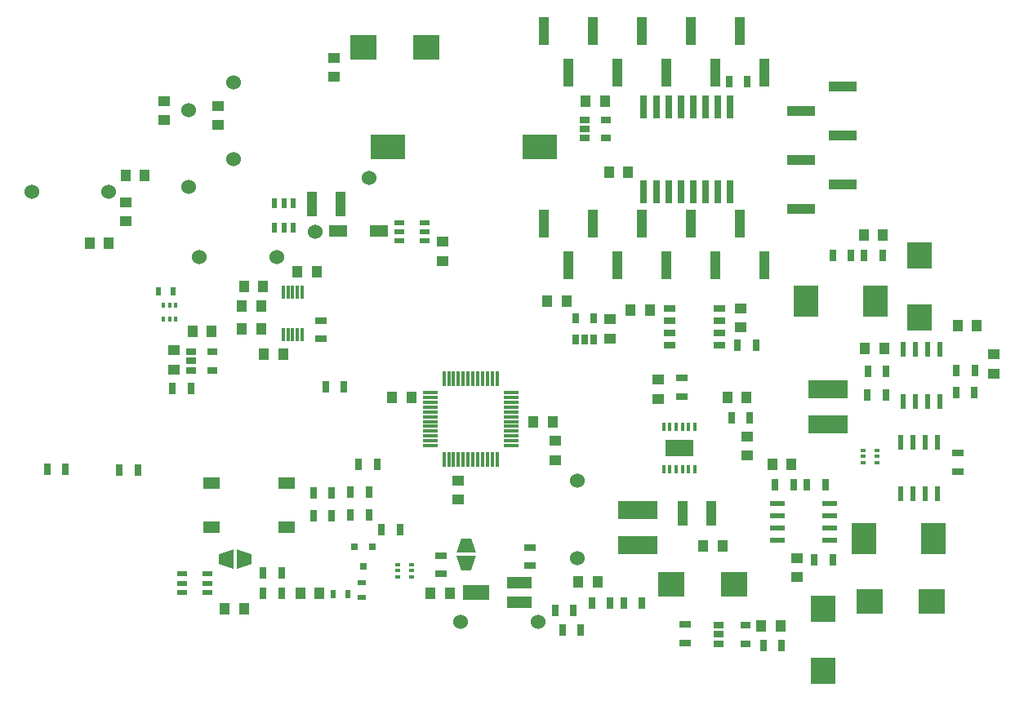
<source format=gtp>
G04 #@! TF.GenerationSoftware,KiCad,Pcbnew,(5.1.9-0-10_14)*
G04 #@! TF.CreationDate,2022-02-27T09:45:11-05:00*
G04 #@! TF.ProjectId,FlexFox80,466c6578-466f-4783-9830-2e6b69636164,1.10*
G04 #@! TF.SameCoordinates,Original*
G04 #@! TF.FileFunction,Paste,Top*
G04 #@! TF.FilePolarity,Positive*
%FSLAX46Y46*%
G04 Gerber Fmt 4.6, Leading zero omitted, Abs format (unit mm)*
G04 Created by KiCad (PCBNEW (5.1.9-0-10_14)) date 2022-02-27 09:45:11*
%MOMM*%
%LPD*%
G01*
G04 APERTURE LIST*
%ADD10R,1.500000X0.300000*%
%ADD11R,0.300000X1.500000*%
%ADD12R,4.100000X1.850000*%
%ADD13R,0.450000X0.889000*%
%ADD14R,2.845000X1.651000*%
%ADD15R,0.800000X2.400000*%
%ADD16R,0.700000X2.400000*%
%ADD17R,0.551180X0.299720*%
%ADD18R,0.600000X1.550000*%
%ADD19R,1.550000X0.600000*%
%ADD20R,3.540000X2.600000*%
%ADD21R,3.660000X2.600000*%
%ADD22R,2.600000X3.200000*%
%ADD23R,1.000000X3.000000*%
%ADD24R,3.000000X1.000000*%
%ADD25R,1.100000X1.300000*%
%ADD26R,0.300000X1.400000*%
%ADD27R,2.700000X1.600000*%
%ADD28R,2.500000X1.200000*%
%ADD29C,1.524000*%
%ADD30R,1.910000X1.220000*%
%ADD31R,1.000000X2.500000*%
%ADD32R,2.770000X2.550000*%
%ADD33R,1.250000X1.000000*%
%ADD34R,1.000000X1.250000*%
%ADD35R,2.550000X2.770000*%
%ADD36R,0.299720X0.551180*%
%ADD37R,0.700000X1.300000*%
%ADD38R,0.500000X0.900000*%
%ADD39R,0.900000X0.500000*%
%ADD40R,0.800100X0.800100*%
%ADD41R,1.300000X0.700000*%
%ADD42C,0.100000*%
%ADD43R,1.750000X1.300000*%
%ADD44R,0.600000X1.100000*%
%ADD45R,1.100000X0.650000*%
%ADD46R,1.060000X0.650000*%
%ADD47R,1.200000X0.760000*%
%ADD48R,1.100000X0.600000*%
%ADD49R,0.650000X1.060000*%
G04 APERTURE END LIST*
D10*
X70340000Y-74090000D03*
X70340000Y-74590000D03*
X70340000Y-75090000D03*
X70340000Y-75590000D03*
X70340000Y-76090000D03*
X70340000Y-76590000D03*
X70340000Y-77090000D03*
X70340000Y-77590000D03*
X70340000Y-78090000D03*
X70340000Y-78590000D03*
X70340000Y-79090000D03*
X70340000Y-79590000D03*
D11*
X68890000Y-81040000D03*
X68390000Y-81040000D03*
X67890000Y-81040000D03*
X67390000Y-81040000D03*
X66890000Y-81040000D03*
X66390000Y-81040000D03*
X65890000Y-81040000D03*
X65390000Y-81040000D03*
X64890000Y-81040000D03*
X64390000Y-81040000D03*
X63890000Y-81040000D03*
X63390000Y-81040000D03*
D10*
X61940000Y-79590000D03*
X61940000Y-79090000D03*
X61940000Y-78590000D03*
X61940000Y-78090000D03*
X61940000Y-77590000D03*
X61940000Y-77090000D03*
X61940000Y-76590000D03*
X61940000Y-76090000D03*
X61940000Y-75590000D03*
X61940000Y-75090000D03*
X61940000Y-74590000D03*
X61940000Y-74090000D03*
D11*
X63390000Y-72640000D03*
X63890000Y-72640000D03*
X64390000Y-72640000D03*
X64890000Y-72640000D03*
X65390000Y-72640000D03*
X65890000Y-72640000D03*
X66390000Y-72640000D03*
X66890000Y-72640000D03*
X67390000Y-72640000D03*
X67890000Y-72640000D03*
X68390000Y-72640000D03*
X68890000Y-72640000D03*
D12*
X103250000Y-73715000D03*
X103250000Y-77365000D03*
D13*
X86175000Y-77652500D03*
X86825000Y-77652500D03*
X89425000Y-82007500D03*
X88775000Y-82007500D03*
X89425000Y-77652500D03*
X88775000Y-77652500D03*
X88125000Y-77652500D03*
X87475000Y-77652500D03*
X86175000Y-82007500D03*
X86825000Y-82007500D03*
X87475000Y-82007500D03*
X88125000Y-82007500D03*
D14*
X87800000Y-79830000D03*
D15*
X84095000Y-53260000D03*
D16*
X85415000Y-53260000D03*
X86685000Y-53260000D03*
X87955000Y-53260000D03*
X89225000Y-53260000D03*
X90495000Y-53260000D03*
X91765000Y-53260000D03*
D15*
X93085000Y-53260000D03*
X93085000Y-44460000D03*
D16*
X91765000Y-44460000D03*
X90495000Y-44460000D03*
X89225000Y-44460000D03*
X87955000Y-44460000D03*
X86685000Y-44460000D03*
X85415000Y-44460000D03*
D15*
X84095000Y-44460000D03*
D17*
X108268820Y-81360380D03*
X108268820Y-80710000D03*
X108268820Y-80059620D03*
X106831180Y-80059620D03*
X106831180Y-80710000D03*
X106831180Y-81360380D03*
D18*
X111005000Y-69600000D03*
X112275000Y-69600000D03*
X113545000Y-69600000D03*
X114815000Y-69600000D03*
X114815000Y-75000000D03*
X113545000Y-75000000D03*
X112275000Y-75000000D03*
X111005000Y-75000000D03*
X114595000Y-84610000D03*
X113325000Y-84610000D03*
X112055000Y-84610000D03*
X110785000Y-84610000D03*
X110785000Y-79210000D03*
X112055000Y-79210000D03*
X113325000Y-79210000D03*
X114595000Y-79210000D03*
D19*
X97990000Y-89375000D03*
X97990000Y-88105000D03*
X97990000Y-86835000D03*
X97990000Y-85565000D03*
X103390000Y-85565000D03*
X103390000Y-86835000D03*
X103390000Y-88105000D03*
X103390000Y-89375000D03*
D20*
X73350000Y-48600000D03*
D21*
X57550000Y-48600000D03*
D22*
X106950000Y-89240000D03*
X114150000Y-89240000D03*
X100890000Y-64580000D03*
X108090000Y-64580000D03*
D23*
X73750000Y-56590000D03*
X76290000Y-60890000D03*
X78830000Y-56590000D03*
X81370000Y-60890000D03*
X83910000Y-56590000D03*
X86450000Y-60890000D03*
X88990000Y-56590000D03*
X91530000Y-60890000D03*
X94070000Y-56590000D03*
X96610000Y-60890000D03*
X73724600Y-36595100D03*
X76264600Y-40895100D03*
X78804600Y-36595100D03*
X81344600Y-40895100D03*
X83884600Y-36595100D03*
X86424600Y-40895100D03*
X88964600Y-36595100D03*
X91504600Y-40895100D03*
X94044600Y-36595100D03*
X96584600Y-40895100D03*
D24*
X100444850Y-55032850D03*
X104744850Y-52492850D03*
X100444850Y-49952850D03*
X104744850Y-47412850D03*
X100444850Y-44872850D03*
X104744850Y-42332850D03*
D17*
X59998820Y-91929620D03*
X59998820Y-92580000D03*
X59998820Y-93230380D03*
X58561180Y-93230380D03*
X58561180Y-92580000D03*
X58561180Y-91929620D03*
D25*
X42460000Y-65120000D03*
X42460000Y-67460000D03*
X44420000Y-67460000D03*
X44420000Y-65120000D03*
D26*
X46710000Y-68060000D03*
X47210000Y-68060000D03*
X47710000Y-68060000D03*
X48210000Y-68060000D03*
X48710000Y-68060000D03*
X48710000Y-63660000D03*
X48210000Y-63660000D03*
X47710000Y-63660000D03*
X47210000Y-63660000D03*
X46710000Y-63660000D03*
D27*
X66690000Y-94840000D03*
D28*
X71190000Y-95840000D03*
X71190000Y-93840000D03*
D29*
X55666854Y-51783146D03*
X50010000Y-57440000D03*
D30*
X56655000Y-57290000D03*
X52385000Y-57290000D03*
D29*
X77260000Y-91240000D03*
X77260000Y-83240000D03*
X38020000Y-60020000D03*
X46020000Y-60020000D03*
X36930000Y-52760000D03*
X36930000Y-44760000D03*
X20650000Y-53290000D03*
X28650000Y-53290000D03*
X41580000Y-41880000D03*
X41580000Y-49880000D03*
X65150000Y-97910000D03*
X73150000Y-97910000D03*
D31*
X49670000Y-54520000D03*
X52670000Y-54520000D03*
D32*
X55070000Y-38270000D03*
X61530000Y-38270000D03*
D33*
X51970000Y-41340000D03*
X51970000Y-39340000D03*
X39950000Y-46330000D03*
X39950000Y-44330000D03*
X34340000Y-43830000D03*
X34340000Y-45830000D03*
D34*
X30380000Y-51530000D03*
X32380000Y-51530000D03*
D33*
X30410000Y-54340000D03*
X30410000Y-56340000D03*
D34*
X28640000Y-58610000D03*
X26640000Y-58610000D03*
X99420000Y-81500000D03*
X97420000Y-81500000D03*
X108910000Y-57780000D03*
X106910000Y-57780000D03*
X98260000Y-98280000D03*
X96260000Y-98280000D03*
D33*
X100000000Y-91240000D03*
X100000000Y-93240000D03*
X94860000Y-80640000D03*
X94860000Y-78640000D03*
D34*
X92760000Y-74560000D03*
X94760000Y-74560000D03*
D32*
X107520000Y-95730000D03*
X113980000Y-95730000D03*
D31*
X91130000Y-86600000D03*
X88130000Y-86600000D03*
D34*
X92280000Y-90030000D03*
X90280000Y-90030000D03*
X77340000Y-93700000D03*
X79340000Y-93700000D03*
D33*
X85600000Y-74730000D03*
X85600000Y-72730000D03*
D32*
X93450000Y-93980000D03*
X86990000Y-93980000D03*
D35*
X102680000Y-96510000D03*
X102680000Y-102970000D03*
D34*
X109060000Y-69530000D03*
X107060000Y-69530000D03*
D35*
X112720000Y-59840000D03*
X112720000Y-66300000D03*
D33*
X120370000Y-70100000D03*
X120370000Y-72100000D03*
D34*
X116640000Y-67170000D03*
X118640000Y-67170000D03*
X80500000Y-51200000D03*
X82500000Y-51200000D03*
D33*
X64880000Y-85190000D03*
X64880000Y-83190000D03*
X35370000Y-69710000D03*
X35370000Y-71710000D03*
X74910000Y-79110000D03*
X74910000Y-81110000D03*
D34*
X58030000Y-74600000D03*
X60030000Y-74600000D03*
X72670000Y-77110000D03*
X74670000Y-77110000D03*
X42650000Y-63050000D03*
X44650000Y-63050000D03*
X46700000Y-70090000D03*
X44700000Y-70090000D03*
X78080000Y-43870000D03*
X80080000Y-43870000D03*
X48210000Y-61590000D03*
X50210000Y-61590000D03*
X82730000Y-65500000D03*
X84730000Y-65500000D03*
D33*
X80640000Y-68470000D03*
X80640000Y-66470000D03*
X94180000Y-65340000D03*
X94180000Y-67340000D03*
D34*
X74100000Y-64560000D03*
X76100000Y-64560000D03*
X39300000Y-67770000D03*
X37300000Y-67770000D03*
X61990000Y-94900000D03*
X63990000Y-94900000D03*
X50500000Y-94910000D03*
X48500000Y-94910000D03*
D36*
X34299620Y-65051180D03*
X34950000Y-65051180D03*
X35600380Y-65051180D03*
X35600380Y-66488820D03*
X34950000Y-66488820D03*
X34299620Y-66488820D03*
D37*
X49850000Y-84480000D03*
X51750000Y-84480000D03*
X51750000Y-86830000D03*
X49850000Y-86830000D03*
D38*
X51930000Y-95020000D03*
X53430000Y-95020000D03*
D39*
X54900000Y-93800000D03*
X54900000Y-95300000D03*
D40*
X55970000Y-90119240D03*
X54070000Y-90119240D03*
X55020000Y-92118220D03*
D37*
X97720000Y-83620000D03*
X99620000Y-83620000D03*
X102950000Y-83620000D03*
X101050000Y-83620000D03*
X76830000Y-96700000D03*
X74930000Y-96700000D03*
X75660000Y-98760000D03*
X77560000Y-98760000D03*
X103700000Y-59830000D03*
X105600000Y-59830000D03*
D41*
X88410000Y-100050000D03*
X88410000Y-98150000D03*
D37*
X93210000Y-76670000D03*
X95110000Y-76670000D03*
X103680000Y-91420000D03*
X101780000Y-91420000D03*
D41*
X88090000Y-74470000D03*
X88090000Y-72570000D03*
D37*
X80620000Y-95910000D03*
X78720000Y-95910000D03*
X82020000Y-95890000D03*
X83920000Y-95890000D03*
X108860000Y-59830000D03*
X106960000Y-59830000D03*
X107290000Y-74370000D03*
X109190000Y-74370000D03*
X118380000Y-74050000D03*
X116480000Y-74050000D03*
X116540000Y-71810000D03*
X118440000Y-71810000D03*
X107360000Y-71850000D03*
X109260000Y-71850000D03*
D41*
X116640000Y-82280000D03*
X116640000Y-80380000D03*
D37*
X55620000Y-84430000D03*
X53720000Y-84430000D03*
X53720000Y-86800000D03*
X55620000Y-86800000D03*
X37150000Y-73640000D03*
X35250000Y-73640000D03*
X56470000Y-81520000D03*
X54570000Y-81520000D03*
X31640000Y-82160000D03*
X29740000Y-82160000D03*
X22260000Y-82070000D03*
X24160000Y-82070000D03*
D41*
X72310000Y-90130000D03*
X72310000Y-92030000D03*
X63100000Y-92900000D03*
X63100000Y-91000000D03*
D37*
X95730000Y-69210000D03*
X93830000Y-69210000D03*
X56940000Y-88320000D03*
X58840000Y-88320000D03*
X46540000Y-92770000D03*
X44640000Y-92770000D03*
X44650000Y-94950000D03*
X46550000Y-94950000D03*
D42*
G36*
X66710570Y-90714570D02*
G01*
X64709430Y-90714570D01*
X65209430Y-89213430D01*
X66210570Y-89213430D01*
X66710570Y-90714570D01*
G37*
G36*
X64698000Y-91034000D02*
G01*
X66722000Y-91034000D01*
X66222000Y-92558000D01*
X65198000Y-92558000D01*
X64698000Y-91034000D01*
G37*
D43*
X47060000Y-83520000D03*
X39260000Y-83520000D03*
X39260000Y-88020000D03*
X47060000Y-88020000D03*
D44*
X47740000Y-54420000D03*
X46790000Y-54420000D03*
X45840000Y-54420000D03*
X45840000Y-57020000D03*
X47740000Y-57020000D03*
X46790000Y-57020000D03*
D45*
X91890000Y-98220000D03*
X91890000Y-99170000D03*
X91890000Y-100120000D03*
X94690000Y-100120000D03*
X94690000Y-98220000D03*
D46*
X39370000Y-69860000D03*
X39370000Y-71760000D03*
X37170000Y-71760000D03*
X37170000Y-70810000D03*
X37170000Y-69860000D03*
X77990000Y-45790000D03*
X77990000Y-46740000D03*
X77990000Y-47690000D03*
X80190000Y-47690000D03*
X80190000Y-45790000D03*
D12*
X83510000Y-86285000D03*
X83510000Y-89935000D03*
D37*
X94840000Y-41790000D03*
X92940000Y-41790000D03*
X53020000Y-73510000D03*
X51120000Y-73510000D03*
D41*
X50640000Y-66630000D03*
X50640000Y-68530000D03*
D47*
X86756000Y-65355000D03*
X86756000Y-66625000D03*
X86756000Y-67895000D03*
X86756000Y-69165000D03*
X91964000Y-69165000D03*
X91964000Y-67895000D03*
X91964000Y-66625000D03*
X91964000Y-65355000D03*
D37*
X96520000Y-100360000D03*
X98420000Y-100360000D03*
D38*
X33810000Y-63550000D03*
X35310000Y-63550000D03*
D33*
X63260000Y-60410000D03*
X63260000Y-58410000D03*
D48*
X61350000Y-58370000D03*
X61350000Y-57420000D03*
X61350000Y-56470000D03*
X58750000Y-56470000D03*
X58750000Y-58370000D03*
X58750000Y-57420000D03*
D49*
X77010000Y-68550000D03*
X77960000Y-68550000D03*
X78910000Y-68550000D03*
X78910000Y-66350000D03*
X77010000Y-66350000D03*
D34*
X40680000Y-96530000D03*
X42680000Y-96530000D03*
D48*
X38850000Y-94820000D03*
X38850000Y-93870000D03*
X38850000Y-92920000D03*
X36250000Y-92920000D03*
X36250000Y-94820000D03*
X36250000Y-93870000D03*
D42*
G36*
X41554570Y-90359430D02*
G01*
X41554570Y-92360570D01*
X40053430Y-91860570D01*
X40053430Y-90859430D01*
X41554570Y-90359430D01*
G37*
G36*
X41874000Y-92372000D02*
G01*
X41874000Y-90348000D01*
X43398000Y-90848000D01*
X43398000Y-91872000D01*
X41874000Y-92372000D01*
G37*
M02*

</source>
